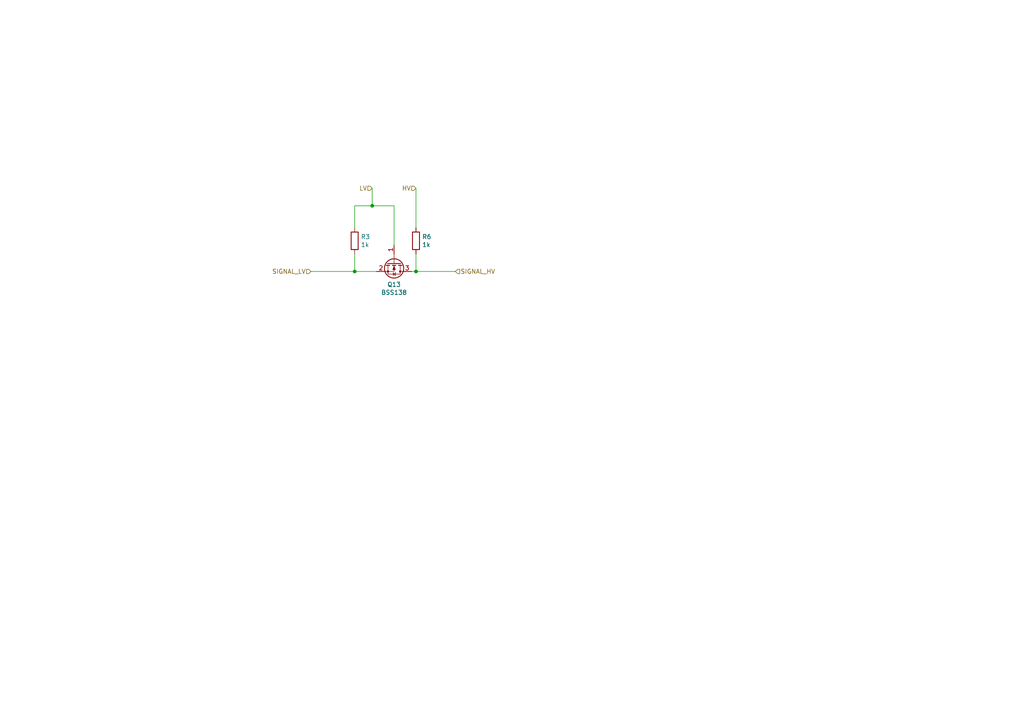
<source format=kicad_sch>
(kicad_sch (version 20211123) (generator eeschema)
  (paper "A4")
  (lib_symbols
    (symbol "Device:R" (pin_numbers hide) (pin_names (offset 0))
      (property "Reference" "R" (at 2.032 0 90))
      (property "Value" "R" (at 0 0 90))
      (symbol "R_0_1"
        (rectangle (start -1.016 -2.54) (end 1.016 2.54) (stroke (width 0.254)))
      )
      (symbol "R_1_1"
        (pin passive line (at 0 3.81 270) (length 1.27) (name "~") (number "1"))
        (pin passive line (at 0 -3.81 90) (length 1.27) (name "~") (number "2"))
      )
    )
    (symbol "Transistor_FET:BSS138" (pin_names hide)
      (property "Reference" "Q" (at 5.08 1.905 0))
      (property "Value" "BSS138" (at 5.08 0 0))
      (symbol "BSS138_0_1"
        (polyline (pts (xy 0.254 0) (xy -2.54 0)))
        (polyline (pts (xy 0.254 1.905) (xy 0.254 -1.905)) (stroke (width 0.254)))
        (polyline (pts (xy 0.762 -1.27) (xy 0.762 -2.286)) (stroke (width 0.254)))
        (polyline (pts (xy 0.762 0.508) (xy 0.762 -0.508)) (stroke (width 0.254)))
        (polyline (pts (xy 0.762 2.286) (xy 0.762 1.27)) (stroke (width 0.254)))
        (polyline (pts (xy 2.54 2.54) (xy 2.54 1.778)))
        (polyline (pts (xy 2.54 -2.54) (xy 2.54 0) (xy 0.762 0)))
        (polyline (pts (xy 0.762 -1.778) (xy 3.302 -1.778) (xy 3.302 1.778) (xy 0.762 1.778)))
        (polyline (pts (xy 1.016 0) (xy 2.032 0.381) (xy 2.032 -0.381) (xy 1.016 0)) (fill (type outline)))
        (polyline (pts (xy 2.794 0.508) (xy 2.921 0.381) (xy 3.683 0.381) (xy 3.81 0.254)))
        (polyline (pts (xy 3.302 0.381) (xy 2.921 -0.254) (xy 3.683 -0.254) (xy 3.302 0.381)))
        (circle (center 1.651 0) (radius 2.794) (stroke (width 0.254)))
        (circle (center 2.54 -1.778) (radius 0.254) (fill (type outline)))
        (circle (center 2.54 1.778) (radius 0.254) (fill (type outline)))
      )
      (symbol "BSS138_1_1"
        (pin input line (at -5.08 0 0) (length 2.54) (name "G") (number "1"))
        (pin passive line (at 2.54 -5.08 90) (length 2.54) (name "S") (number "2"))
        (pin passive line (at 2.54 5.08 270) (length 2.54) (name "D") (number "3"))
      )
    )
  )
  (junction (at 120.65 78.74))
  (junction (at 102.87 78.74))
  (junction (at 107.95 59.69))
  (wire (pts (xy 119.38 78.74) (xy 120.65 78.74)))
  (wire (pts (xy 120.65 78.74) (xy 132.08 78.74)))
  (wire (pts (xy 120.65 66.04) (xy 120.65 54.61)))
  (wire (pts (xy 90.17 78.74) (xy 102.87 78.74)))
  (wire (pts (xy 114.3 71.12) (xy 114.3 59.69)))
  (wire (pts (xy 120.65 78.74) (xy 120.65 73.66)))
  (wire (pts (xy 107.95 59.69) (xy 102.87 59.69)))
  (wire (pts (xy 102.87 66.04) (xy 102.87 59.69)))
  (wire (pts (xy 102.87 78.74) (xy 109.22 78.74)))
  (wire (pts (xy 107.95 59.69) (xy 107.95 54.61)))
  (wire (pts (xy 102.87 73.66) (xy 102.87 78.74)))
  (wire (pts (xy 114.3 59.69) (xy 107.95 59.69)))
  (hierarchical_label "SIGNAL_LV" (shape input) (at 90.17 78.74 180))
  (hierarchical_label "SIGNAL_HV" (shape input) (at 132.08 78.74 0))
  (hierarchical_label "LV" (shape input) (at 107.95 54.61 180))
  (hierarchical_label "HV" (shape input) (at 120.65 54.61 180))
  (symbol (lib_id "Transistor_FET:BSS138") (at 114.3 76.2 270)
    (property "Reference" "Q13" (at 114.3 82.5246 90))
    (property "Value" "BSS138" (at 114.3 84.836 90))
    (property "Footprint" "Package_TO_SOT_SMD:SOT-23" (effects hide))
    (property "Datasheet" "https://www.onsemi.com/pub/Collateral/BSS138-D.PDF" (effects hide))
  )
  (symbol (lib_id "Device:R") (at 102.87 69.85 0)
    (property "Reference" "R3" (at 104.648 68.6816 0) (effects (justify left)))
    (property "Value" "1k" (at 104.648 70.993 0) (effects (justify left)))
    (property "Footprint" "Resistor_SMD:R_0805_2012Metric_Pad1.20x1.40mm_HandSolder" (effects hide))
  )
  (symbol (lib_id "Device:R") (at 120.65 69.85 0)
    (property "Reference" "R6" (at 122.428 68.6816 0) (effects (justify left)))
    (property "Value" "1k" (at 122.428 70.993 0) (effects (justify left)))
    (property "Footprint" "Resistor_SMD:R_0805_2012Metric_Pad1.20x1.40mm_HandSolder" (effects hide))
  )
)
</source>
